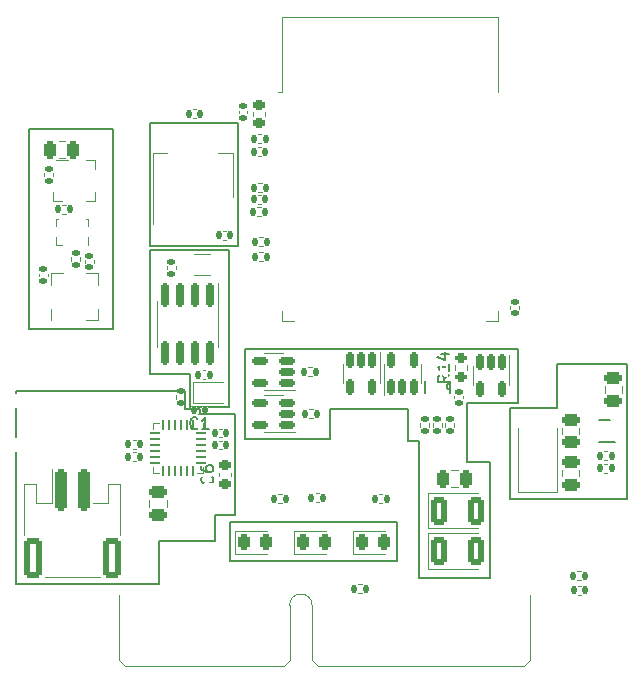
<source format=gbr>
%TF.GenerationSoftware,KiCad,Pcbnew,(6.0.9)*%
%TF.CreationDate,2023-09-09T15:40:47+05:30*%
%TF.ProjectId,WeatherKids_V3,57656174-6865-4724-9b69-64735f56332e,rev?*%
%TF.SameCoordinates,PX1406f40PY14fb180*%
%TF.FileFunction,Legend,Top*%
%TF.FilePolarity,Positive*%
%FSLAX46Y46*%
G04 Gerber Fmt 4.6, Leading zero omitted, Abs format (unit mm)*
G04 Created by KiCad (PCBNEW (6.0.9)) date 2023-09-09 15:40:47*
%MOMM*%
%LPD*%
G01*
G04 APERTURE LIST*
G04 Aperture macros list*
%AMRoundRect*
0 Rectangle with rounded corners*
0 $1 Rounding radius*
0 $2 $3 $4 $5 $6 $7 $8 $9 X,Y pos of 4 corners*
0 Add a 4 corners polygon primitive as box body*
4,1,4,$2,$3,$4,$5,$6,$7,$8,$9,$2,$3,0*
0 Add four circle primitives for the rounded corners*
1,1,$1+$1,$2,$3*
1,1,$1+$1,$4,$5*
1,1,$1+$1,$6,$7*
1,1,$1+$1,$8,$9*
0 Add four rect primitives between the rounded corners*
20,1,$1+$1,$2,$3,$4,$5,0*
20,1,$1+$1,$4,$5,$6,$7,0*
20,1,$1+$1,$6,$7,$8,$9,0*
20,1,$1+$1,$8,$9,$2,$3,0*%
G04 Aperture macros list end*
%ADD10C,0.152400*%
%ADD11C,0.150000*%
%ADD12C,0.120000*%
%ADD13C,0.100000*%
%ADD14RoundRect,0.200000X0.275000X-0.200000X0.275000X0.200000X-0.275000X0.200000X-0.275000X-0.200000X0*%
%ADD15R,0.800000X2.000000*%
%ADD16RoundRect,0.225000X0.250000X-0.225000X0.250000X0.225000X-0.250000X0.225000X-0.250000X-0.225000X0*%
%ADD17RoundRect,0.140000X0.140000X0.170000X-0.140000X0.170000X-0.140000X-0.170000X0.140000X-0.170000X0*%
%ADD18RoundRect,0.135000X-0.185000X0.135000X-0.185000X-0.135000X0.185000X-0.135000X0.185000X0.135000X0*%
%ADD19RoundRect,0.250000X-0.250000X-1.500000X0.250000X-1.500000X0.250000X1.500000X-0.250000X1.500000X0*%
%ADD20RoundRect,0.250001X-0.499999X-1.449999X0.499999X-1.449999X0.499999X1.449999X-0.499999X1.449999X0*%
%ADD21RoundRect,0.225000X-0.250000X0.225000X-0.250000X-0.225000X0.250000X-0.225000X0.250000X0.225000X0*%
%ADD22R,1.000000X1.800000*%
%ADD23RoundRect,0.135000X0.135000X0.185000X-0.135000X0.185000X-0.135000X-0.185000X0.135000X-0.185000X0*%
%ADD24RoundRect,0.150000X0.512500X0.150000X-0.512500X0.150000X-0.512500X-0.150000X0.512500X-0.150000X0*%
%ADD25RoundRect,0.140000X0.170000X-0.140000X0.170000X0.140000X-0.170000X0.140000X-0.170000X-0.140000X0*%
%ADD26RoundRect,0.135000X-0.135000X-0.185000X0.135000X-0.185000X0.135000X0.185000X-0.135000X0.185000X0*%
%ADD27RoundRect,0.250000X-0.412500X-0.925000X0.412500X-0.925000X0.412500X0.925000X-0.412500X0.925000X0*%
%ADD28RoundRect,0.062500X-0.062500X0.350000X-0.062500X-0.350000X0.062500X-0.350000X0.062500X0.350000X0*%
%ADD29RoundRect,0.062500X-0.350000X0.062500X-0.350000X-0.062500X0.350000X-0.062500X0.350000X0.062500X0*%
%ADD30R,2.700000X2.700000*%
%ADD31R,0.670001X0.299999*%
%ADD32C,2.200000*%
%ADD33R,0.700000X3.600000*%
%ADD34RoundRect,0.140000X-0.140000X-0.170000X0.140000X-0.170000X0.140000X0.170000X-0.140000X0.170000X0*%
%ADD35RoundRect,0.140000X-0.170000X0.140000X-0.170000X-0.140000X0.170000X-0.140000X0.170000X0.140000X0*%
%ADD36R,0.254000X1.168400*%
%ADD37R,0.800000X0.800000*%
%ADD38RoundRect,0.250000X0.475000X-0.250000X0.475000X0.250000X-0.475000X0.250000X-0.475000X-0.250000X0*%
%ADD39RoundRect,0.243750X-0.243750X-0.456250X0.243750X-0.456250X0.243750X0.456250X-0.243750X0.456250X0*%
%ADD40R,0.900000X1.300000*%
%ADD41R,1.800000X0.750000*%
%ADD42R,1.800000X0.600000*%
%ADD43RoundRect,0.250000X-0.475000X0.250000X-0.475000X-0.250000X0.475000X-0.250000X0.475000X0.250000X0*%
%ADD44R,1.800000X2.500000*%
%ADD45R,0.600000X0.450000*%
%ADD46RoundRect,0.150000X-0.150000X0.825000X-0.150000X-0.825000X0.150000X-0.825000X0.150000X0.825000X0*%
%ADD47R,0.350000X0.500000*%
%ADD48RoundRect,0.150000X-0.150000X0.512500X-0.150000X-0.512500X0.150000X-0.512500X0.150000X0.512500X0*%
%ADD49RoundRect,0.250000X-0.250000X-0.475000X0.250000X-0.475000X0.250000X0.475000X-0.250000X0.475000X0*%
%ADD50RoundRect,0.135000X0.185000X-0.135000X0.185000X0.135000X-0.185000X0.135000X-0.185000X-0.135000X0*%
%ADD51R,1.500000X2.000000*%
%ADD52R,3.800000X2.000000*%
%ADD53R,0.800000X0.500000*%
%ADD54RoundRect,0.150000X0.150000X-0.512500X0.150000X0.512500X-0.150000X0.512500X-0.150000X-0.512500X0*%
%ADD55R,1.500000X0.900000*%
%ADD56R,0.900000X1.500000*%
%ADD57C,0.584200*%
%ADD58R,4.200000X4.200000*%
G04 APERTURE END LIST*
D10*
X15100000Y-33000000D02*
X15100000Y-30200000D01*
X11700000Y-19700000D02*
X18400000Y-19700000D01*
X46200000Y-33100000D02*
X46200000Y-29400000D01*
X42200000Y-40800000D02*
X42200000Y-33100000D01*
X11700000Y-30200000D02*
X11700000Y-19700000D01*
X33600000Y-33200000D02*
X27000000Y-33200000D01*
X12500000Y-48000000D02*
X12500000Y-44400000D01*
X18900000Y-42200000D02*
X18900000Y-33600000D01*
X1500000Y-9500000D02*
X8600000Y-9500000D01*
X8600000Y-9500000D02*
X8600000Y-26400000D01*
X8600000Y-26400000D02*
X1500000Y-26400000D01*
X1500000Y-26400000D02*
X1500000Y-9500000D01*
X42900000Y-28100000D02*
X42900000Y-32700000D01*
X12500000Y-31700000D02*
X400000Y-31700000D01*
X40100000Y-37700000D02*
X40500000Y-37700000D01*
X40500000Y-37700000D02*
X40500000Y-47500000D01*
X34500000Y-35900000D02*
X33600000Y-35900000D01*
X400000Y-31700000D02*
X400000Y-48000000D01*
X34500000Y-47500000D02*
X34500000Y-35900000D01*
X17200000Y-44400000D02*
X17200000Y-42200000D01*
X19800000Y-35700000D02*
X19800000Y-28100000D01*
X38600000Y-37700000D02*
X40100000Y-37700000D01*
X27000000Y-35700000D02*
X19800000Y-35700000D01*
X11700000Y-19400000D02*
X19200000Y-19400000D01*
X27000000Y-33200000D02*
X27000000Y-35700000D01*
X33600000Y-35900000D02*
X33600000Y-33200000D01*
X400000Y-48000000D02*
X12500000Y-48000000D01*
X52100000Y-40800000D02*
X42200000Y-40800000D01*
X18500000Y-42800000D02*
X32600000Y-42800000D01*
X32600000Y-42800000D02*
X32600000Y-46100000D01*
X32600000Y-46100000D02*
X18500000Y-46100000D01*
X18500000Y-46100000D02*
X18500000Y-42800000D01*
X38600000Y-32700000D02*
X38600000Y-37700000D01*
X17200000Y-42200000D02*
X18900000Y-42200000D01*
X46200000Y-29400000D02*
X52100000Y-29400000D01*
X18400000Y-33000000D02*
X15100000Y-33000000D01*
X18900000Y-33600000D02*
X16000000Y-33600000D01*
X19800000Y-28100000D02*
X42900000Y-28100000D01*
X52100000Y-29400000D02*
X52100000Y-40800000D01*
X18400000Y-19700000D02*
X18400000Y-33000000D01*
X16000000Y-33600000D02*
X16000000Y-33200000D01*
X42200000Y-33100000D02*
X46200000Y-33100000D01*
X40500000Y-47500000D02*
X34500000Y-47500000D01*
X19200000Y-9000000D02*
X11700000Y-9000000D01*
X19200000Y-19400000D02*
X19200000Y-9000000D01*
X11700000Y-9000000D02*
X11700000Y-19400000D01*
X14700000Y-33200000D02*
X14700000Y-31700000D01*
X42900000Y-32700000D02*
X38600000Y-32700000D01*
X12500000Y-44400000D02*
X17200000Y-44400000D01*
X14700000Y-31700000D02*
X12500000Y-31700000D01*
X15100000Y-30200000D02*
X11700000Y-30200000D01*
X16000000Y-33200000D02*
X14700000Y-33200000D01*
D11*
%TO.C,R14*%
X37072380Y-30342857D02*
X36596190Y-30676190D01*
X37072380Y-30914285D02*
X36072380Y-30914285D01*
X36072380Y-30533333D01*
X36120000Y-30438095D01*
X36167619Y-30390476D01*
X36262857Y-30342857D01*
X36405714Y-30342857D01*
X36500952Y-30390476D01*
X36548571Y-30438095D01*
X36596190Y-30533333D01*
X36596190Y-30914285D01*
X37072380Y-29390476D02*
X37072380Y-29961904D01*
X37072380Y-29676190D02*
X36072380Y-29676190D01*
X36215238Y-29771428D01*
X36310476Y-29866666D01*
X36358095Y-29961904D01*
X36405714Y-28533333D02*
X37072380Y-28533333D01*
X36024761Y-28771428D02*
X36739047Y-29009523D01*
X36739047Y-28390476D01*
%TO.C,C6*%
X16977142Y-38916666D02*
X17024761Y-38964285D01*
X17072380Y-39107142D01*
X17072380Y-39202380D01*
X17024761Y-39345238D01*
X16929523Y-39440476D01*
X16834285Y-39488095D01*
X16643809Y-39535714D01*
X16500952Y-39535714D01*
X16310476Y-39488095D01*
X16215238Y-39440476D01*
X16120000Y-39345238D01*
X16072380Y-39202380D01*
X16072380Y-39107142D01*
X16120000Y-38964285D01*
X16167619Y-38916666D01*
X16072380Y-38059523D02*
X16072380Y-38250000D01*
X16120000Y-38345238D01*
X16167619Y-38392857D01*
X16310476Y-38488095D01*
X16500952Y-38535714D01*
X16881904Y-38535714D01*
X16977142Y-38488095D01*
X17024761Y-38440476D01*
X17072380Y-38345238D01*
X17072380Y-38154761D01*
X17024761Y-38059523D01*
X16977142Y-38011904D01*
X16881904Y-37964285D01*
X16643809Y-37964285D01*
X16548571Y-38011904D01*
X16500952Y-38059523D01*
X16453333Y-38154761D01*
X16453333Y-38345238D01*
X16500952Y-38440476D01*
X16548571Y-38488095D01*
X16643809Y-38535714D01*
%TO.C,C1*%
X15733333Y-34817142D02*
X15685714Y-34864761D01*
X15542857Y-34912380D01*
X15447619Y-34912380D01*
X15304761Y-34864761D01*
X15209523Y-34769523D01*
X15161904Y-34674285D01*
X15114285Y-34483809D01*
X15114285Y-34340952D01*
X15161904Y-34150476D01*
X15209523Y-34055238D01*
X15304761Y-33960000D01*
X15447619Y-33912380D01*
X15542857Y-33912380D01*
X15685714Y-33960000D01*
X15733333Y-34007619D01*
X16685714Y-34912380D02*
X16114285Y-34912380D01*
X16400000Y-34912380D02*
X16400000Y-33912380D01*
X16304761Y-34055238D01*
X16209523Y-34150476D01*
X16114285Y-34198095D01*
D12*
%TO.C,R14*%
X38572500Y-29937258D02*
X38572500Y-29462742D01*
X37527500Y-29937258D02*
X37527500Y-29462742D01*
%TO.C,C6*%
X18560000Y-38890580D02*
X18560000Y-38609420D01*
X17540000Y-38890580D02*
X17540000Y-38609420D01*
%TO.C,C8*%
X21107836Y-11760000D02*
X20892164Y-11760000D01*
X21107836Y-11040000D02*
X20892164Y-11040000D01*
%TO.C,R11*%
X13925000Y-21071359D02*
X13925000Y-21378641D01*
X13165000Y-21071359D02*
X13165000Y-21378641D01*
%TO.C,J1*%
X2110000Y-41190000D02*
X3390000Y-41190000D01*
X2810000Y-47410000D02*
X7490000Y-47410000D01*
X9210000Y-39590000D02*
X8190000Y-39590000D01*
X9210000Y-43840000D02*
X9210000Y-39590000D01*
X1090000Y-43840000D02*
X1090000Y-39590000D01*
X8190000Y-39590000D02*
X8190000Y-41190000D01*
X1090000Y-39590000D02*
X2110000Y-39590000D01*
X2110000Y-39590000D02*
X2110000Y-41190000D01*
X3390000Y-41190000D02*
X3390000Y-38300000D01*
X8190000Y-41190000D02*
X6910000Y-41190000D01*
%TO.C,C11*%
X20440000Y-8084420D02*
X20440000Y-8365580D01*
X21460000Y-8084420D02*
X21460000Y-8365580D01*
%TO.C,Y1*%
X16820000Y-21850000D02*
X15470000Y-21850000D01*
X16820000Y-20100000D02*
X15470000Y-20100000D01*
%TO.C,R12*%
X4603641Y-15920000D02*
X4296359Y-15920000D01*
X4603641Y-16680000D02*
X4296359Y-16680000D01*
%TO.C,U13*%
X22187500Y-28490000D02*
X22987500Y-28490000D01*
X22187500Y-28490000D02*
X21387500Y-28490000D01*
X22187500Y-31610000D02*
X21387500Y-31610000D01*
X22187500Y-31610000D02*
X23987500Y-31610000D01*
%TO.C,C20*%
X38210000Y-32307836D02*
X38210000Y-32092164D01*
X37490000Y-32307836D02*
X37490000Y-32092164D01*
%TO.C,R22*%
X10246359Y-35820000D02*
X10553641Y-35820000D01*
X10246359Y-36580000D02*
X10553641Y-36580000D01*
%TO.C,R9*%
X21253641Y-20680000D02*
X20946359Y-20680000D01*
X21253641Y-19920000D02*
X20946359Y-19920000D01*
%TO.C,C23*%
X35302500Y-43310000D02*
X39512500Y-43310000D01*
X35302500Y-40290000D02*
X35302500Y-43310000D01*
X39512500Y-40290000D02*
X35302500Y-40290000D01*
%TO.C,U1*%
X11990000Y-38135000D02*
X11990000Y-38610000D01*
X11990000Y-34390000D02*
X12465000Y-34390000D01*
X16210000Y-34865000D02*
X16210000Y-34390000D01*
X16210000Y-38135000D02*
X16210000Y-38610000D01*
X11990000Y-34865000D02*
X11990000Y-34390000D01*
X16210000Y-38610000D02*
X15735000Y-38610000D01*
X11990000Y-38610000D02*
X12465000Y-38610000D01*
D10*
%TO.C,U3*%
X51100001Y-36000001D02*
X49700001Y-36000001D01*
X50699999Y-34099999D02*
X49700001Y-34099999D01*
D12*
%TO.C,J3*%
X25450000Y-54460950D02*
X25450000Y-49810950D01*
X23050000Y-54960950D02*
X23550000Y-54460950D01*
X25950000Y-54960950D02*
X25450000Y-54460950D01*
X23550000Y-54460950D02*
X23550000Y-49810950D01*
X23050000Y-54960950D02*
X9600000Y-54960950D01*
X43900000Y-54460950D02*
X43900000Y-48960950D01*
X9100000Y-54460950D02*
X9100000Y-48960950D01*
X43400000Y-54960950D02*
X43900000Y-54460950D01*
X9100000Y-54460950D02*
X9600000Y-54960950D01*
X25950000Y-54960950D02*
X43400000Y-54960950D01*
X25450000Y-49810950D02*
G75*
G03*
X23550000Y-49810950I-950000J0D01*
G01*
%TO.C,R21*%
X10246359Y-36870000D02*
X10553641Y-36870000D01*
X10246359Y-37630000D02*
X10553641Y-37630000D01*
%TO.C,C5*%
X17592164Y-34890000D02*
X17807836Y-34890000D01*
X17592164Y-35610000D02*
X17807836Y-35610000D01*
%TO.C,C2*%
X42960000Y-24492164D02*
X42960000Y-24707836D01*
X42240000Y-24492164D02*
X42240000Y-24707836D01*
%TO.C,R19*%
X35380000Y-34396359D02*
X35380000Y-34703641D01*
X34620000Y-34396359D02*
X34620000Y-34703641D01*
%TO.C,C4*%
X48177836Y-48190000D02*
X47962164Y-48190000D01*
X48177836Y-48910000D02*
X47962164Y-48910000D01*
%TO.C,C21*%
X21127836Y-15810000D02*
X20912164Y-15810000D01*
X21127836Y-15090000D02*
X20912164Y-15090000D01*
%TO.C,R10*%
X3530000Y-13196359D02*
X3530000Y-13503641D01*
X2770000Y-13196359D02*
X2770000Y-13503641D01*
D10*
%TO.C,U9*%
X37154100Y-31805705D02*
X37154100Y-30794295D01*
X35045900Y-30794295D02*
X35045900Y-31805705D01*
X37154100Y-30995200D02*
G75*
G03*
X37154100Y-31604800I0J-304800D01*
G01*
D12*
%TO.C,U5*%
X7350000Y-25700000D02*
X7350000Y-24700000D01*
X3350000Y-24700000D02*
X3350000Y-25700000D01*
X7350000Y-22700000D02*
X7350000Y-21700000D01*
X4350000Y-21700000D02*
X3350000Y-21700000D01*
X3350000Y-21700000D02*
X3350000Y-22700000D01*
X6350000Y-25700000D02*
X7350000Y-25700000D01*
X7350000Y-21700000D02*
X6350000Y-21700000D01*
%TO.C,R15*%
X25183859Y-33980000D02*
X25491141Y-33980000D01*
X25183859Y-33220000D02*
X25491141Y-33220000D01*
%TO.C,C9*%
X50215000Y-31811252D02*
X50215000Y-31288748D01*
X51685000Y-31811252D02*
X51685000Y-31288748D01*
%TO.C,C22*%
X35302500Y-46710000D02*
X39512500Y-46710000D01*
X35302500Y-43690000D02*
X35302500Y-46710000D01*
X39512500Y-43690000D02*
X35302500Y-43690000D01*
%TO.C,D5*%
X23915000Y-45460000D02*
X26600000Y-45460000D01*
X26600000Y-43540000D02*
X23915000Y-43540000D01*
X23915000Y-43540000D02*
X23915000Y-45460000D01*
%TO.C,R24*%
X48203641Y-46920000D02*
X47896359Y-46920000D01*
X48203641Y-47680000D02*
X47896359Y-47680000D01*
%TO.C,C7*%
X13135000Y-40938748D02*
X13135000Y-41461252D01*
X11665000Y-40938748D02*
X11665000Y-41461252D01*
%TO.C,C12*%
X19960000Y-7942164D02*
X19960000Y-8157836D01*
X19240000Y-7942164D02*
X19240000Y-8157836D01*
%TO.C,R5*%
X50146359Y-36770000D02*
X50453641Y-36770000D01*
X50146359Y-37530000D02*
X50453641Y-37530000D01*
%TO.C,D2*%
X28915000Y-43540000D02*
X28915000Y-45460000D01*
X31600000Y-43540000D02*
X28915000Y-43540000D01*
X28915000Y-45460000D02*
X31600000Y-45460000D01*
%TO.C,D4*%
X42850000Y-40250000D02*
X42850000Y-34850000D01*
X42850000Y-40250000D02*
X46150000Y-40250000D01*
X46150000Y-40250000D02*
X46150000Y-34850000D01*
%TO.C,R7*%
X26053641Y-41080000D02*
X25746359Y-41080000D01*
X26053641Y-40320000D02*
X25746359Y-40320000D01*
%TO.C,D3*%
X15345000Y-30950000D02*
X15345000Y-32650000D01*
X15345000Y-30950000D02*
X17895000Y-30950000D01*
X15345000Y-32650000D02*
X17895000Y-32650000D01*
%TO.C,U7*%
X17455000Y-26000000D02*
X17455000Y-27950000D01*
X12335000Y-26000000D02*
X12335000Y-24050000D01*
X12335000Y-26000000D02*
X12335000Y-27950000D01*
X17455000Y-26000000D02*
X17455000Y-22550000D01*
D13*
%TO.C,U8*%
X6500000Y-18660000D02*
X6500000Y-19300000D01*
X4280000Y-17100000D02*
X3800000Y-17100000D01*
X6500000Y-17100000D02*
X6500000Y-17740000D01*
X3800000Y-17100000D02*
X3800000Y-17740000D01*
X4280000Y-19300000D02*
X3800000Y-19300000D01*
X3800000Y-18660000D02*
X3800000Y-19300000D01*
X6500000Y-17100000D02*
X6020000Y-17100000D01*
D12*
%TO.C,C25*%
X17592164Y-36610000D02*
X17807836Y-36610000D01*
X17592164Y-35890000D02*
X17807836Y-35890000D01*
%TO.C,U14*%
X22187500Y-32040000D02*
X22987500Y-32040000D01*
X22187500Y-35160000D02*
X23987500Y-35160000D01*
X22187500Y-32040000D02*
X21387500Y-32040000D01*
X22187500Y-35160000D02*
X21387500Y-35160000D01*
%TO.C,U10*%
X31160000Y-30200000D02*
X31160000Y-31000000D01*
X28040000Y-30200000D02*
X28040000Y-31000000D01*
X31160000Y-30200000D02*
X31160000Y-28400000D01*
X28040000Y-30200000D02*
X28040000Y-29400000D01*
%TO.C,C13*%
X15392164Y-8560000D02*
X15607836Y-8560000D01*
X15392164Y-7840000D02*
X15607836Y-7840000D01*
%TO.C,R16*%
X36720000Y-34396359D02*
X36720000Y-34703641D01*
X37480000Y-34396359D02*
X37480000Y-34703641D01*
%TO.C,RV1*%
X29346359Y-48020000D02*
X29653641Y-48020000D01*
X29346359Y-48780000D02*
X29653641Y-48780000D01*
%TO.C,R2*%
X31403641Y-41180000D02*
X31096359Y-41180000D01*
X31403641Y-40420000D02*
X31096359Y-40420000D01*
%TO.C,R1*%
X22596359Y-41180000D02*
X22903641Y-41180000D01*
X22596359Y-40420000D02*
X22903641Y-40420000D01*
%TO.C,C17*%
X3988748Y-11985000D02*
X4511252Y-11985000D01*
X3988748Y-10515000D02*
X4511252Y-10515000D01*
%TO.C,C10*%
X17942164Y-18140000D02*
X18157836Y-18140000D01*
X17942164Y-18860000D02*
X18157836Y-18860000D01*
%TO.C,R3*%
X13970000Y-32353641D02*
X13970000Y-32046359D01*
X14730000Y-32353641D02*
X14730000Y-32046359D01*
%TO.C,C18*%
X16407836Y-30660000D02*
X16192164Y-30660000D01*
X16407836Y-29940000D02*
X16192164Y-29940000D01*
%TO.C,U4*%
X18760000Y-11490000D02*
X17500000Y-11490000D01*
X18760000Y-15250000D02*
X18760000Y-11490000D01*
X11940000Y-11490000D02*
X13200000Y-11490000D01*
X11940000Y-17500000D02*
X11940000Y-11490000D01*
%TO.C,R8*%
X21253641Y-18670000D02*
X20946359Y-18670000D01*
X21253641Y-19430000D02*
X20946359Y-19430000D01*
%TO.C,R17*%
X35670000Y-34396359D02*
X35670000Y-34703641D01*
X36430000Y-34396359D02*
X36430000Y-34703641D01*
%TO.C,C16*%
X6240000Y-20592164D02*
X6240000Y-20807836D01*
X6960000Y-20592164D02*
X6960000Y-20807836D01*
%TO.C,R6*%
X50453641Y-37820000D02*
X50146359Y-37820000D01*
X50453641Y-38580000D02*
X50146359Y-38580000D01*
%TO.C,U6*%
X7050000Y-12100000D02*
X6300000Y-12100000D01*
X7050000Y-15600000D02*
X6300000Y-15600000D01*
X7050000Y-15600000D02*
X7050000Y-14850000D01*
X7050000Y-12850000D02*
X7050000Y-12100000D01*
X4300000Y-15600000D02*
X3550000Y-15600000D01*
X4800000Y-12100000D02*
X3800000Y-12100000D01*
X3550000Y-15600000D02*
X3550000Y-14850000D01*
%TO.C,D1*%
X18915000Y-45460000D02*
X21600000Y-45460000D01*
X21600000Y-43540000D02*
X18915000Y-43540000D01*
X18915000Y-43540000D02*
X18915000Y-45460000D01*
%TO.C,C15*%
X48065000Y-38911252D02*
X48065000Y-38388748D01*
X46595000Y-38911252D02*
X46595000Y-38388748D01*
%TO.C,R18*%
X21173641Y-14070000D02*
X20866359Y-14070000D01*
X21173641Y-14830000D02*
X20866359Y-14830000D01*
%TO.C,R23*%
X21123641Y-16880000D02*
X20816359Y-16880000D01*
X21123641Y-16120000D02*
X20816359Y-16120000D01*
%TO.C,C14*%
X48085000Y-35311252D02*
X48085000Y-34788748D01*
X46615000Y-35311252D02*
X46615000Y-34788748D01*
%TO.C,C19*%
X3060000Y-21957836D02*
X3060000Y-21742164D01*
X2340000Y-21957836D02*
X2340000Y-21742164D01*
%TO.C,R4*%
X20846359Y-9920000D02*
X21153641Y-9920000D01*
X20846359Y-10680000D02*
X21153641Y-10680000D01*
%TO.C,C24*%
X37251248Y-39835000D02*
X37773752Y-39835000D01*
X37251248Y-38365000D02*
X37773752Y-38365000D01*
%TO.C,U12*%
X34660000Y-30200000D02*
X34660000Y-29400000D01*
X34660000Y-30200000D02*
X34660000Y-31000000D01*
X31540000Y-30200000D02*
X31540000Y-32000000D01*
X31540000Y-30200000D02*
X31540000Y-29400000D01*
%TO.C,U2*%
X22930000Y15000D02*
X22930000Y-6400000D01*
X22930000Y15000D02*
X41170000Y15000D01*
X22930000Y-6400000D02*
X22550000Y-6400000D01*
X41170000Y-25725000D02*
X40170000Y-25725000D01*
X22930000Y-24945000D02*
X22930000Y-25725000D01*
X41170000Y15000D02*
X41170000Y-6400000D01*
X41170000Y-24945000D02*
X41170000Y-25725000D01*
X22930000Y-25725000D02*
X23930000Y-25725000D01*
%TO.C,R13*%
X5825000Y-20668641D02*
X5825000Y-20361359D01*
X5065000Y-20668641D02*
X5065000Y-20361359D01*
%TO.C,R20*%
X25133859Y-29670000D02*
X25441141Y-29670000D01*
X25133859Y-30430000D02*
X25441141Y-30430000D01*
%TO.C,C1*%
X16007836Y-32940000D02*
X15792164Y-32940000D01*
X16007836Y-33660000D02*
X15792164Y-33660000D01*
%TO.C,U11*%
X42160000Y-30400000D02*
X42160000Y-28600000D01*
X42160000Y-30400000D02*
X42160000Y-31200000D01*
X39040000Y-30400000D02*
X39040000Y-29600000D01*
X39040000Y-30400000D02*
X39040000Y-31200000D01*
%TD*%
%LPC*%
D14*
%TO.C,R14*%
X38050000Y-30525000D03*
X38050000Y-28875000D03*
%TD*%
D15*
%TO.C,L1*%
X14600000Y-40500000D03*
X16600000Y-40500000D03*
%TD*%
%TO.C,L2*%
X49300000Y-32100000D03*
X47300000Y-32100000D03*
%TD*%
D16*
%TO.C,C6*%
X18050000Y-39525000D03*
X18050000Y-37975000D03*
%TD*%
D17*
%TO.C,C8*%
X21480000Y-11400000D03*
X20520000Y-11400000D03*
%TD*%
D18*
%TO.C,R11*%
X13545000Y-20715000D03*
X13545000Y-21735000D03*
%TD*%
D19*
%TO.C,J1*%
X4150000Y-40050000D03*
X6150000Y-40050000D03*
D20*
X1800000Y-45800000D03*
X8500000Y-45800000D03*
%TD*%
D21*
%TO.C,C11*%
X20950000Y-7450000D03*
X20950000Y-9000000D03*
%TD*%
D22*
%TO.C,Y1*%
X14895000Y-20975000D03*
X17395000Y-20975000D03*
%TD*%
D23*
%TO.C,R12*%
X4960000Y-16300000D03*
X3940000Y-16300000D03*
%TD*%
D24*
%TO.C,U13*%
X23325000Y-31000000D03*
X23325000Y-30050000D03*
X23325000Y-29100000D03*
X21050000Y-29100000D03*
X21050000Y-31000000D03*
%TD*%
D25*
%TO.C,C20*%
X37850000Y-32680000D03*
X37850000Y-31720000D03*
%TD*%
D26*
%TO.C,R22*%
X9890000Y-36200000D03*
X10910000Y-36200000D03*
%TD*%
D23*
%TO.C,R9*%
X21610000Y-20300000D03*
X20590000Y-20300000D03*
%TD*%
D27*
%TO.C,C23*%
X36225000Y-41800000D03*
X39300000Y-41800000D03*
%TD*%
D28*
%TO.C,U1*%
X15350000Y-34537500D03*
X14850000Y-34537500D03*
X14350000Y-34537500D03*
X13850000Y-34537500D03*
X13350000Y-34537500D03*
X12850000Y-34537500D03*
D29*
X12137500Y-35250000D03*
X12137500Y-35750000D03*
X12137500Y-36250000D03*
X12137500Y-36750000D03*
X12137500Y-37250000D03*
X12137500Y-37750000D03*
D28*
X12850000Y-38462500D03*
X13350000Y-38462500D03*
X13850000Y-38462500D03*
X14350000Y-38462500D03*
X14850000Y-38462500D03*
X15350000Y-38462500D03*
D29*
X16062500Y-37750000D03*
X16062500Y-37250000D03*
X16062500Y-36750000D03*
X16062500Y-36250000D03*
X16062500Y-35750000D03*
X16062500Y-35250000D03*
D30*
X14100000Y-36500000D03*
%TD*%
D31*
%TO.C,U3*%
X50940001Y-34550001D03*
X49459999Y-34550001D03*
X50940001Y-35550002D03*
X50940001Y-35050003D03*
X49459999Y-35550002D03*
X49459999Y-35050003D03*
%TD*%
D32*
%TO.C,J3*%
X40800000Y-52450950D03*
X12200000Y-52450950D03*
D33*
X36000000Y-51760950D03*
X35000000Y-51760950D03*
X34000000Y-51760950D03*
X33000000Y-51760950D03*
X32000000Y-51760950D03*
X31000000Y-51760950D03*
X30000000Y-51760950D03*
X29000000Y-51760950D03*
X28000000Y-51760950D03*
X27000000Y-51760950D03*
X26000000Y-51760950D03*
X23000000Y-51760950D03*
X22000000Y-51760950D03*
X21000000Y-51760950D03*
X20000000Y-51760950D03*
X19000000Y-51760950D03*
X18000000Y-51760950D03*
X17000000Y-51760950D03*
%TD*%
D26*
%TO.C,R21*%
X9890000Y-37250000D03*
X10910000Y-37250000D03*
%TD*%
D34*
%TO.C,C5*%
X17220000Y-35250000D03*
X18180000Y-35250000D03*
%TD*%
D35*
%TO.C,C2*%
X42600000Y-24120000D03*
X42600000Y-25080000D03*
%TD*%
D18*
%TO.C,R19*%
X35000000Y-34040000D03*
X35000000Y-35060000D03*
%TD*%
D17*
%TO.C,C4*%
X48550000Y-48550000D03*
X47590000Y-48550000D03*
%TD*%
%TO.C,C21*%
X21500000Y-15450000D03*
X20540000Y-15450000D03*
%TD*%
D18*
%TO.C,R10*%
X3150000Y-12840000D03*
X3150000Y-13860000D03*
%TD*%
D36*
%TO.C,U9*%
X36850001Y-29928400D03*
X36350000Y-29928400D03*
X35850000Y-29928400D03*
X35349999Y-29928400D03*
X35349999Y-32671600D03*
X35850000Y-32671600D03*
X36350000Y-32671600D03*
X36850001Y-32671600D03*
%TD*%
D37*
%TO.C,U5*%
X4080000Y-25050000D03*
X6620000Y-25050000D03*
X6620000Y-22350000D03*
X4080000Y-22350000D03*
%TD*%
D26*
%TO.C,R15*%
X24827500Y-33600000D03*
X25847500Y-33600000D03*
%TD*%
D38*
%TO.C,C9*%
X50950000Y-32500000D03*
X50950000Y-30600000D03*
%TD*%
D27*
%TO.C,C22*%
X36225000Y-45200000D03*
X39300000Y-45200000D03*
%TD*%
D39*
%TO.C,D5*%
X24662500Y-44500000D03*
X26537500Y-44500000D03*
%TD*%
D32*
%TO.C,H1*%
X5050000Y-5000000D03*
%TD*%
D23*
%TO.C,R24*%
X48560000Y-47300000D03*
X47540000Y-47300000D03*
%TD*%
D40*
%TO.C,SW4*%
X700000Y-32550000D03*
X700000Y-36250000D03*
D41*
X2650000Y-33175000D03*
D42*
X2650000Y-34400000D03*
D41*
X2650000Y-35625000D03*
%TD*%
D43*
%TO.C,C7*%
X12400000Y-40250000D03*
X12400000Y-42150000D03*
%TD*%
D35*
%TO.C,C12*%
X19600000Y-7570000D03*
X19600000Y-8530000D03*
%TD*%
D26*
%TO.C,R5*%
X49790000Y-37150000D03*
X50810000Y-37150000D03*
%TD*%
D32*
%TO.C,H2*%
X48000000Y-5050000D03*
%TD*%
D39*
%TO.C,D2*%
X29662500Y-44500000D03*
X31537500Y-44500000D03*
%TD*%
D44*
%TO.C,D4*%
X44500000Y-38850000D03*
X44500000Y-34850000D03*
%TD*%
D23*
%TO.C,R7*%
X26410000Y-40700000D03*
X25390000Y-40700000D03*
%TD*%
D45*
%TO.C,D3*%
X15795000Y-31800000D03*
X17895000Y-31800000D03*
%TD*%
D46*
%TO.C,U7*%
X16800000Y-23525000D03*
X15530000Y-23525000D03*
X14260000Y-23525000D03*
X12990000Y-23525000D03*
X12990000Y-28475000D03*
X14260000Y-28475000D03*
X15530000Y-28475000D03*
X16800000Y-28475000D03*
%TD*%
D47*
%TO.C,U8*%
X6125000Y-19000000D03*
X5475000Y-19000000D03*
X4825000Y-19000000D03*
X4175000Y-19000000D03*
X4175000Y-17400000D03*
X4825000Y-17400000D03*
X5475000Y-17400000D03*
X6125000Y-17400000D03*
%TD*%
D40*
%TO.C,SW1*%
X52300000Y-24100000D03*
X52300000Y-27800000D03*
D41*
X50350000Y-27175000D03*
D42*
X50350000Y-25950000D03*
D41*
X50350000Y-24725000D03*
%TD*%
D34*
%TO.C,C25*%
X17220000Y-36250000D03*
X18180000Y-36250000D03*
%TD*%
D24*
%TO.C,U14*%
X23325000Y-34550000D03*
X23325000Y-33600000D03*
X23325000Y-32650000D03*
X21050000Y-32650000D03*
X21050000Y-34550000D03*
%TD*%
D48*
%TO.C,U10*%
X30550000Y-29062500D03*
X29600000Y-29062500D03*
X28650000Y-29062500D03*
X28650000Y-31337500D03*
X30550000Y-31337500D03*
%TD*%
D34*
%TO.C,C13*%
X15020000Y-8200000D03*
X15980000Y-8200000D03*
%TD*%
D18*
%TO.C,R16*%
X37100000Y-34040000D03*
X37100000Y-35060000D03*
%TD*%
D26*
%TO.C,RV1*%
X28990000Y-48400000D03*
X30010000Y-48400000D03*
%TD*%
D23*
%TO.C,R2*%
X31760000Y-40800000D03*
X30740000Y-40800000D03*
%TD*%
D26*
%TO.C,R1*%
X22240000Y-40800000D03*
X23260000Y-40800000D03*
%TD*%
D49*
%TO.C,C17*%
X3300000Y-11250000D03*
X5200000Y-11250000D03*
%TD*%
D40*
%TO.C,SW3*%
X52300000Y-49150000D03*
X52300000Y-45450000D03*
D41*
X50350000Y-48525000D03*
D42*
X50350000Y-47300000D03*
D41*
X50350000Y-46075000D03*
%TD*%
D34*
%TO.C,C10*%
X17570000Y-18500000D03*
X18530000Y-18500000D03*
%TD*%
D40*
%TO.C,SW2*%
X52300000Y-11400000D03*
X52300000Y-15100000D03*
D41*
X50350000Y-14475000D03*
D42*
X50350000Y-13250000D03*
D41*
X50350000Y-12025000D03*
%TD*%
D50*
%TO.C,R3*%
X14350000Y-31690000D03*
X14350000Y-32710000D03*
%TD*%
D17*
%TO.C,C18*%
X16780000Y-30300000D03*
X15820000Y-30300000D03*
%TD*%
D51*
%TO.C,U4*%
X13050000Y-16550000D03*
D52*
X15350000Y-10250000D03*
D51*
X15350000Y-16550000D03*
X17650000Y-16550000D03*
%TD*%
D23*
%TO.C,R8*%
X21610000Y-19050000D03*
X20590000Y-19050000D03*
%TD*%
D18*
%TO.C,R17*%
X36050000Y-34040000D03*
X36050000Y-35060000D03*
%TD*%
D35*
%TO.C,C16*%
X6600000Y-20220000D03*
X6600000Y-21180000D03*
%TD*%
D23*
%TO.C,R6*%
X50810000Y-38200000D03*
X49790000Y-38200000D03*
%TD*%
D53*
%TO.C,U6*%
X4300000Y-12850000D03*
X4300000Y-13850000D03*
X4300000Y-14850000D03*
X6300000Y-14850000D03*
X6300000Y-13850000D03*
X6300000Y-12850000D03*
%TD*%
D39*
%TO.C,D1*%
X19662500Y-44500000D03*
X21537500Y-44500000D03*
%TD*%
D38*
%TO.C,C15*%
X47330000Y-39600000D03*
X47330000Y-37700000D03*
%TD*%
D23*
%TO.C,R18*%
X21530000Y-14450000D03*
X20510000Y-14450000D03*
%TD*%
%TO.C,R23*%
X21480000Y-16500000D03*
X20460000Y-16500000D03*
%TD*%
D38*
%TO.C,C14*%
X47350000Y-36000000D03*
X47350000Y-34100000D03*
%TD*%
D25*
%TO.C,C19*%
X2700000Y-22330000D03*
X2700000Y-21370000D03*
%TD*%
D26*
%TO.C,R4*%
X20490000Y-10300000D03*
X21510000Y-10300000D03*
%TD*%
D49*
%TO.C,C24*%
X36562500Y-39100000D03*
X38462500Y-39100000D03*
%TD*%
D54*
%TO.C,U12*%
X32150000Y-31337500D03*
X33100000Y-31337500D03*
X34050000Y-31337500D03*
X34050000Y-29062500D03*
X32150000Y-29062500D03*
%TD*%
D55*
%TO.C,U2*%
X23300000Y-7595000D03*
X23300000Y-8865000D03*
X23300000Y-10135000D03*
X23300000Y-11405000D03*
X23300000Y-12675000D03*
X23300000Y-13945000D03*
X23300000Y-15215000D03*
X23300000Y-16485000D03*
X23300000Y-17755000D03*
X23300000Y-19025000D03*
X23300000Y-20295000D03*
X23300000Y-21565000D03*
X23300000Y-22835000D03*
X23300000Y-24105000D03*
D56*
X26340000Y-25355000D03*
X27610000Y-25355000D03*
X28880000Y-25355000D03*
X30150000Y-25355000D03*
X31420000Y-25355000D03*
X32690000Y-25355000D03*
X33960000Y-25355000D03*
X35230000Y-25355000D03*
X36500000Y-25355000D03*
X37770000Y-25355000D03*
D55*
X40800000Y-24105000D03*
X40800000Y-22835000D03*
X40800000Y-21565000D03*
X40800000Y-20295000D03*
X40800000Y-19025000D03*
X40800000Y-17755000D03*
X40800000Y-16485000D03*
X40800000Y-15215000D03*
X40800000Y-13945000D03*
X40800000Y-12675000D03*
X40800000Y-11405000D03*
X40800000Y-10135000D03*
X40800000Y-8865000D03*
X40800000Y-7595000D03*
D57*
X32895000Y-15697500D03*
X32132500Y-16460000D03*
X32132500Y-14935000D03*
X30607500Y-16460000D03*
X29845000Y-15697500D03*
X31370000Y-15697500D03*
X32132500Y-13410000D03*
D58*
X31370000Y-14935000D03*
D57*
X30607500Y-13410000D03*
X32895000Y-14172500D03*
X31370000Y-14172500D03*
X30607500Y-14935000D03*
X29845000Y-14172500D03*
%TD*%
D50*
%TO.C,R13*%
X5445000Y-21025000D03*
X5445000Y-20005000D03*
%TD*%
D26*
%TO.C,R20*%
X24777500Y-30050000D03*
X25797500Y-30050000D03*
%TD*%
D17*
%TO.C,C1*%
X16380000Y-33300000D03*
X15420000Y-33300000D03*
%TD*%
D48*
%TO.C,U11*%
X41550000Y-31537500D03*
X39650000Y-31537500D03*
X39650000Y-29262500D03*
X40600000Y-29262500D03*
X41550000Y-29262500D03*
%TD*%
M02*

</source>
